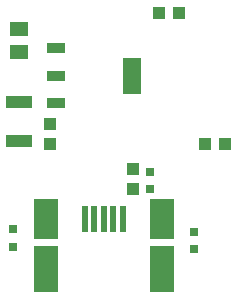
<source format=gbr>
G04 EAGLE Gerber RS-274X export*
G75*
%MOMM*%
%FSLAX34Y34*%
%LPD*%
%INSolderpaste Top*%
%IPPOS*%
%AMOC8*
5,1,8,0,0,1.08239X$1,22.5*%
G01*
%ADD10R,0.800000X0.800000*%
%ADD11R,1.000000X1.100000*%
%ADD12R,1.100000X1.000000*%
%ADD13R,0.500000X2.250000*%
%ADD14R,2.050000X4.000000*%
%ADD15R,2.050000X3.500000*%
%ADD16R,1.500000X1.300000*%
%ADD17R,2.200000X1.100000*%
%ADD18R,1.600200X0.838200*%
%ADD19R,1.600200X3.098800*%


D10*
X382080Y304557D03*
X382080Y319557D03*
D11*
X428630Y342788D03*
X445630Y342788D03*
D12*
X367082Y304540D03*
X367082Y321540D03*
D11*
X406335Y453510D03*
X389335Y453510D03*
D13*
X326646Y279100D03*
X334646Y279100D03*
X342646Y279100D03*
X350646Y279100D03*
X358646Y279100D03*
D14*
X391896Y236850D03*
D15*
X391896Y279350D03*
X293396Y279350D03*
D14*
X293396Y236850D03*
D12*
X297053Y359528D03*
X297053Y342528D03*
D16*
X270764Y420903D03*
X270764Y439903D03*
D17*
X270510Y345831D03*
X270510Y378831D03*
D10*
X418973Y253739D03*
X418973Y268739D03*
X265811Y255898D03*
X265811Y270898D03*
D18*
X302133Y423799D03*
X302133Y400685D03*
X302133Y377571D03*
D19*
X366141Y400685D03*
M02*

</source>
